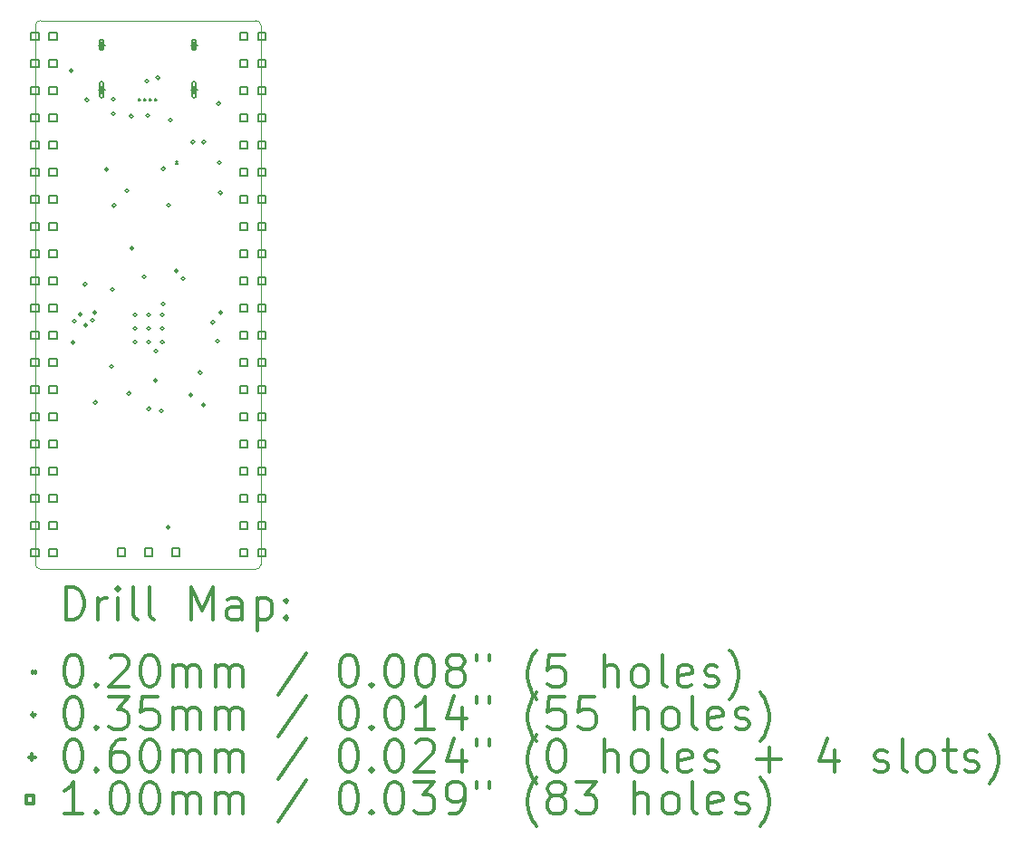
<source format=gbr>
%FSLAX45Y45*%
G04 Gerber Fmt 4.5, Leading zero omitted, Abs format (unit mm)*
G04 Created by KiCad (PCBNEW (5.1.9)-1) date 2021-06-11 11:43:50*
%MOMM*%
%LPD*%
G01*
G04 APERTURE LIST*
%TA.AperFunction,Profile*%
%ADD10C,0.050000*%
%TD*%
%ADD11C,0.200000*%
%ADD12C,0.300000*%
G04 APERTURE END LIST*
D10*
X11419000Y-10802500D02*
G75*
G02*
X11369000Y-10852500I-50000J0D01*
G01*
X9360000Y-10852500D02*
G75*
G02*
X9310000Y-10802500I0J50000D01*
G01*
X9310000Y-5772500D02*
G75*
G02*
X9360000Y-5722500I50000J0D01*
G01*
X11369000Y-5722500D02*
G75*
G02*
X11419000Y-5772500I0J-50000D01*
G01*
X11419000Y-10802500D02*
X11419000Y-5772500D01*
X9360000Y-5722500D02*
X11369000Y-5722500D01*
X9310000Y-10802500D02*
X9310000Y-5772500D01*
X9360000Y-10852500D02*
X11369000Y-10852500D01*
D11*
X10275000Y-6455000D02*
X10295000Y-6475000D01*
X10295000Y-6455000D02*
X10275000Y-6475000D01*
X10325000Y-6455000D02*
X10345000Y-6475000D01*
X10345000Y-6455000D02*
X10325000Y-6475000D01*
X10376000Y-6455000D02*
X10396000Y-6475000D01*
X10396000Y-6455000D02*
X10376000Y-6475000D01*
X10426000Y-6455000D02*
X10446000Y-6475000D01*
X10446000Y-6455000D02*
X10426000Y-6475000D01*
X10618000Y-7041500D02*
X10638000Y-7061500D01*
X10638000Y-7041500D02*
X10618000Y-7061500D01*
X9662500Y-6192500D02*
G75*
G03*
X9662500Y-6192500I-17500J0D01*
G01*
X9677500Y-8732500D02*
G75*
G03*
X9677500Y-8732500I-17500J0D01*
G01*
X9687500Y-8533500D02*
G75*
G03*
X9687500Y-8533500I-17500J0D01*
G01*
X9746693Y-8472500D02*
G75*
G03*
X9746693Y-8472500I-17500J0D01*
G01*
X9790000Y-8187500D02*
G75*
G03*
X9790000Y-8187500I-17500J0D01*
G01*
X9799194Y-8571999D02*
G75*
G03*
X9799194Y-8571999I-17500J0D01*
G01*
X9807500Y-6465000D02*
G75*
G03*
X9807500Y-6465000I-17500J0D01*
G01*
X9858593Y-8526207D02*
G75*
G03*
X9858593Y-8526207I-17500J0D01*
G01*
X9883500Y-8452500D02*
G75*
G03*
X9883500Y-8452500I-17500J0D01*
G01*
X9887500Y-9292500D02*
G75*
G03*
X9887500Y-9292500I-17500J0D01*
G01*
X9990500Y-7114000D02*
G75*
G03*
X9990500Y-7114000I-17500J0D01*
G01*
X10037500Y-8957500D02*
G75*
G03*
X10037500Y-8957500I-17500J0D01*
G01*
X10043750Y-8236250D02*
G75*
G03*
X10043750Y-8236250I-17500J0D01*
G01*
X10055000Y-6462000D02*
G75*
G03*
X10055000Y-6462000I-17500J0D01*
G01*
X10055001Y-6595001D02*
G75*
G03*
X10055001Y-6595001I-17500J0D01*
G01*
X10060000Y-7450000D02*
G75*
G03*
X10060000Y-7450000I-17500J0D01*
G01*
X10183500Y-7314500D02*
G75*
G03*
X10183500Y-7314500I-17500J0D01*
G01*
X10202500Y-9210000D02*
G75*
G03*
X10202500Y-9210000I-17500J0D01*
G01*
X10221500Y-6618500D02*
G75*
G03*
X10221500Y-6618500I-17500J0D01*
G01*
X10228500Y-7854500D02*
G75*
G03*
X10228500Y-7854500I-17500J0D01*
G01*
X10259000Y-8475000D02*
G75*
G03*
X10259000Y-8475000I-17500J0D01*
G01*
X10259000Y-8602500D02*
G75*
G03*
X10259000Y-8602500I-17500J0D01*
G01*
X10259000Y-8730000D02*
G75*
G03*
X10259000Y-8730000I-17500J0D01*
G01*
X10343500Y-8115500D02*
G75*
G03*
X10343500Y-8115500I-17500J0D01*
G01*
X10366500Y-6291500D02*
G75*
G03*
X10366500Y-6291500I-17500J0D01*
G01*
X10377500Y-6610500D02*
G75*
G03*
X10377500Y-6610500I-17500J0D01*
G01*
X10386500Y-8475000D02*
G75*
G03*
X10386500Y-8475000I-17500J0D01*
G01*
X10386500Y-8602500D02*
G75*
G03*
X10386500Y-8602500I-17500J0D01*
G01*
X10386500Y-8730000D02*
G75*
G03*
X10386500Y-8730000I-17500J0D01*
G01*
X10387500Y-9352500D02*
G75*
G03*
X10387500Y-9352500I-17500J0D01*
G01*
X10445927Y-9088028D02*
G75*
G03*
X10445927Y-9088028I-17500J0D01*
G01*
X10451500Y-8812500D02*
G75*
G03*
X10451500Y-8812500I-17500J0D01*
G01*
X10472500Y-6257500D02*
G75*
G03*
X10472500Y-6257500I-17500J0D01*
G01*
X10502500Y-9370000D02*
G75*
G03*
X10502500Y-9370000I-17500J0D01*
G01*
X10514000Y-8475000D02*
G75*
G03*
X10514000Y-8475000I-17500J0D01*
G01*
X10514000Y-8602500D02*
G75*
G03*
X10514000Y-8602500I-17500J0D01*
G01*
X10514000Y-8730000D02*
G75*
G03*
X10514000Y-8730000I-17500J0D01*
G01*
X10522500Y-7108500D02*
G75*
G03*
X10522500Y-7108500I-17500J0D01*
G01*
X10524000Y-8372500D02*
G75*
G03*
X10524000Y-8372500I-17500J0D01*
G01*
X10567500Y-10462500D02*
G75*
G03*
X10567500Y-10462500I-17500J0D01*
G01*
X10574500Y-7450000D02*
G75*
G03*
X10574500Y-7450000I-17500J0D01*
G01*
X10585500Y-6653500D02*
G75*
G03*
X10585500Y-6653500I-17500J0D01*
G01*
X10642500Y-8065500D02*
G75*
G03*
X10642500Y-8065500I-17500J0D01*
G01*
X10710000Y-8135000D02*
G75*
G03*
X10710000Y-8135000I-17500J0D01*
G01*
X10777500Y-9222500D02*
G75*
G03*
X10777500Y-9222500I-17500J0D01*
G01*
X10796495Y-6857500D02*
G75*
G03*
X10796495Y-6857500I-17500J0D01*
G01*
X10867500Y-9012500D02*
G75*
G03*
X10867500Y-9012500I-17500J0D01*
G01*
X10897500Y-9317500D02*
G75*
G03*
X10897500Y-9317500I-17500J0D01*
G01*
X10898500Y-6857500D02*
G75*
G03*
X10898500Y-6857500I-17500J0D01*
G01*
X10982500Y-8542500D02*
G75*
G03*
X10982500Y-8542500I-17500J0D01*
G01*
X11027500Y-8717500D02*
G75*
G03*
X11027500Y-8717500I-17500J0D01*
G01*
X11037500Y-6497500D02*
G75*
G03*
X11037500Y-6497500I-17500J0D01*
G01*
X11047500Y-7052500D02*
G75*
G03*
X11047500Y-7052500I-17500J0D01*
G01*
X11056500Y-8454500D02*
G75*
G03*
X11056500Y-8454500I-17500J0D01*
G01*
X11057500Y-7332500D02*
G75*
G03*
X11057500Y-7332500I-17500J0D01*
G01*
X9928000Y-5922500D02*
X9928000Y-5982500D01*
X9898000Y-5952500D02*
X9958000Y-5952500D01*
X9948000Y-5982500D02*
X9948000Y-5922500D01*
X9908000Y-5982500D02*
X9908000Y-5922500D01*
X9948000Y-5922500D02*
G75*
G03*
X9908000Y-5922500I-20000J0D01*
G01*
X9908000Y-5982500D02*
G75*
G03*
X9948000Y-5982500I20000J0D01*
G01*
X9928000Y-6340500D02*
X9928000Y-6400500D01*
X9898000Y-6370500D02*
X9958000Y-6370500D01*
X9948000Y-6425500D02*
X9948000Y-6315500D01*
X9908000Y-6425500D02*
X9908000Y-6315500D01*
X9948000Y-6315500D02*
G75*
G03*
X9908000Y-6315500I-20000J0D01*
G01*
X9908000Y-6425500D02*
G75*
G03*
X9948000Y-6425500I20000J0D01*
G01*
X10792000Y-5922500D02*
X10792000Y-5982500D01*
X10762000Y-5952500D02*
X10822000Y-5952500D01*
X10812000Y-5982500D02*
X10812000Y-5922500D01*
X10772000Y-5982500D02*
X10772000Y-5922500D01*
X10812000Y-5922500D02*
G75*
G03*
X10772000Y-5922500I-20000J0D01*
G01*
X10772000Y-5982500D02*
G75*
G03*
X10812000Y-5982500I20000J0D01*
G01*
X10792000Y-6340500D02*
X10792000Y-6400500D01*
X10762000Y-6370500D02*
X10822000Y-6370500D01*
X10812000Y-6425500D02*
X10812000Y-6315500D01*
X10772000Y-6425500D02*
X10772000Y-6315500D01*
X10812000Y-6315500D02*
G75*
G03*
X10772000Y-6315500I-20000J0D01*
G01*
X10772000Y-6425500D02*
G75*
G03*
X10812000Y-6425500I20000J0D01*
G01*
X9339356Y-9209856D02*
X9339356Y-9139144D01*
X9268644Y-9139144D01*
X9268644Y-9209856D01*
X9339356Y-9209856D01*
X9340356Y-5907856D02*
X9340356Y-5837144D01*
X9269644Y-5837144D01*
X9269644Y-5907856D01*
X9340356Y-5907856D01*
X9340356Y-6160856D02*
X9340356Y-6090144D01*
X9269644Y-6090144D01*
X9269644Y-6160856D01*
X9340356Y-6160856D01*
X9340356Y-6415856D02*
X9340356Y-6345144D01*
X9269644Y-6345144D01*
X9269644Y-6415856D01*
X9340356Y-6415856D01*
X9340356Y-6668856D02*
X9340356Y-6598144D01*
X9269644Y-6598144D01*
X9269644Y-6668856D01*
X9340356Y-6668856D01*
X9340356Y-6923856D02*
X9340356Y-6853144D01*
X9269644Y-6853144D01*
X9269644Y-6923856D01*
X9340356Y-6923856D01*
X9340356Y-7177856D02*
X9340356Y-7107144D01*
X9269644Y-7107144D01*
X9269644Y-7177856D01*
X9340356Y-7177856D01*
X9340356Y-7431856D02*
X9340356Y-7361144D01*
X9269644Y-7361144D01*
X9269644Y-7431856D01*
X9340356Y-7431856D01*
X9340356Y-7685856D02*
X9340356Y-7615144D01*
X9269644Y-7615144D01*
X9269644Y-7685856D01*
X9340356Y-7685856D01*
X9340356Y-8193856D02*
X9340356Y-8123144D01*
X9269644Y-8123144D01*
X9269644Y-8193856D01*
X9340356Y-8193856D01*
X9340356Y-8447856D02*
X9340356Y-8377144D01*
X9269644Y-8377144D01*
X9269644Y-8447856D01*
X9340356Y-8447856D01*
X9340356Y-8701856D02*
X9340356Y-8631144D01*
X9269644Y-8631144D01*
X9269644Y-8701856D01*
X9340356Y-8701856D01*
X9340356Y-8955856D02*
X9340356Y-8885144D01*
X9269644Y-8885144D01*
X9269644Y-8955856D01*
X9340356Y-8955856D01*
X9340356Y-9463856D02*
X9340356Y-9393144D01*
X9269644Y-9393144D01*
X9269644Y-9463856D01*
X9340356Y-9463856D01*
X9340356Y-9717856D02*
X9340356Y-9647144D01*
X9269644Y-9647144D01*
X9269644Y-9717856D01*
X9340356Y-9717856D01*
X9340356Y-9971856D02*
X9340356Y-9901144D01*
X9269644Y-9901144D01*
X9269644Y-9971856D01*
X9340356Y-9971856D01*
X9340356Y-10225856D02*
X9340356Y-10155144D01*
X9269644Y-10155144D01*
X9269644Y-10225856D01*
X9340356Y-10225856D01*
X9340356Y-10479856D02*
X9340356Y-10409144D01*
X9269644Y-10409144D01*
X9269644Y-10479856D01*
X9340356Y-10479856D01*
X9340356Y-10733856D02*
X9340356Y-10663144D01*
X9269644Y-10663144D01*
X9269644Y-10733856D01*
X9340356Y-10733856D01*
X9341356Y-7939856D02*
X9341356Y-7869144D01*
X9270644Y-7869144D01*
X9270644Y-7939856D01*
X9341356Y-7939856D01*
X9510356Y-5907856D02*
X9510356Y-5837144D01*
X9439644Y-5837144D01*
X9439644Y-5907856D01*
X9510356Y-5907856D01*
X9510356Y-6161856D02*
X9510356Y-6091144D01*
X9439644Y-6091144D01*
X9439644Y-6161856D01*
X9510356Y-6161856D01*
X9510356Y-6415856D02*
X9510356Y-6345144D01*
X9439644Y-6345144D01*
X9439644Y-6415856D01*
X9510356Y-6415856D01*
X9510356Y-6669856D02*
X9510356Y-6599144D01*
X9439644Y-6599144D01*
X9439644Y-6669856D01*
X9510356Y-6669856D01*
X9510356Y-6923856D02*
X9510356Y-6853144D01*
X9439644Y-6853144D01*
X9439644Y-6923856D01*
X9510356Y-6923856D01*
X9510356Y-7177856D02*
X9510356Y-7107144D01*
X9439644Y-7107144D01*
X9439644Y-7177856D01*
X9510356Y-7177856D01*
X9510356Y-7431856D02*
X9510356Y-7361144D01*
X9439644Y-7361144D01*
X9439644Y-7431856D01*
X9510356Y-7431856D01*
X9510356Y-7685856D02*
X9510356Y-7615144D01*
X9439644Y-7615144D01*
X9439644Y-7685856D01*
X9510356Y-7685856D01*
X9510356Y-7939856D02*
X9510356Y-7869144D01*
X9439644Y-7869144D01*
X9439644Y-7939856D01*
X9510356Y-7939856D01*
X9510356Y-8193856D02*
X9510356Y-8123144D01*
X9439644Y-8123144D01*
X9439644Y-8193856D01*
X9510356Y-8193856D01*
X9510356Y-8447856D02*
X9510356Y-8377144D01*
X9439644Y-8377144D01*
X9439644Y-8447856D01*
X9510356Y-8447856D01*
X9510356Y-8701856D02*
X9510356Y-8631144D01*
X9439644Y-8631144D01*
X9439644Y-8701856D01*
X9510356Y-8701856D01*
X9510356Y-8955856D02*
X9510356Y-8885144D01*
X9439644Y-8885144D01*
X9439644Y-8955856D01*
X9510356Y-8955856D01*
X9510356Y-9209856D02*
X9510356Y-9139144D01*
X9439644Y-9139144D01*
X9439644Y-9209856D01*
X9510356Y-9209856D01*
X9510356Y-9463856D02*
X9510356Y-9393144D01*
X9439644Y-9393144D01*
X9439644Y-9463856D01*
X9510356Y-9463856D01*
X9510356Y-9717856D02*
X9510356Y-9647144D01*
X9439644Y-9647144D01*
X9439644Y-9717856D01*
X9510356Y-9717856D01*
X9510356Y-9971856D02*
X9510356Y-9901144D01*
X9439644Y-9901144D01*
X9439644Y-9971856D01*
X9510356Y-9971856D01*
X9510356Y-10225856D02*
X9510356Y-10155144D01*
X9439644Y-10155144D01*
X9439644Y-10225856D01*
X9510356Y-10225856D01*
X9510356Y-10479856D02*
X9510356Y-10409144D01*
X9439644Y-10409144D01*
X9439644Y-10479856D01*
X9510356Y-10479856D01*
X9510356Y-10733856D02*
X9510356Y-10663144D01*
X9439644Y-10663144D01*
X9439644Y-10733856D01*
X9510356Y-10733856D01*
X10150356Y-10727856D02*
X10150356Y-10657144D01*
X10079644Y-10657144D01*
X10079644Y-10727856D01*
X10150356Y-10727856D01*
X10404356Y-10727856D02*
X10404356Y-10657144D01*
X10333644Y-10657144D01*
X10333644Y-10727856D01*
X10404356Y-10727856D01*
X10658356Y-10727856D02*
X10658356Y-10657144D01*
X10587644Y-10657144D01*
X10587644Y-10727856D01*
X10658356Y-10727856D01*
X11290356Y-5907856D02*
X11290356Y-5837144D01*
X11219644Y-5837144D01*
X11219644Y-5907856D01*
X11290356Y-5907856D01*
X11290356Y-6161856D02*
X11290356Y-6091144D01*
X11219644Y-6091144D01*
X11219644Y-6161856D01*
X11290356Y-6161856D01*
X11290356Y-6415856D02*
X11290356Y-6345144D01*
X11219644Y-6345144D01*
X11219644Y-6415856D01*
X11290356Y-6415856D01*
X11290356Y-6669856D02*
X11290356Y-6599144D01*
X11219644Y-6599144D01*
X11219644Y-6669856D01*
X11290356Y-6669856D01*
X11290356Y-6923856D02*
X11290356Y-6853144D01*
X11219644Y-6853144D01*
X11219644Y-6923856D01*
X11290356Y-6923856D01*
X11290356Y-7177856D02*
X11290356Y-7107144D01*
X11219644Y-7107144D01*
X11219644Y-7177856D01*
X11290356Y-7177856D01*
X11290356Y-7431856D02*
X11290356Y-7361144D01*
X11219644Y-7361144D01*
X11219644Y-7431856D01*
X11290356Y-7431856D01*
X11290356Y-7685856D02*
X11290356Y-7615144D01*
X11219644Y-7615144D01*
X11219644Y-7685856D01*
X11290356Y-7685856D01*
X11290356Y-7939856D02*
X11290356Y-7869144D01*
X11219644Y-7869144D01*
X11219644Y-7939856D01*
X11290356Y-7939856D01*
X11290356Y-8193856D02*
X11290356Y-8123144D01*
X11219644Y-8123144D01*
X11219644Y-8193856D01*
X11290356Y-8193856D01*
X11290356Y-8447856D02*
X11290356Y-8377144D01*
X11219644Y-8377144D01*
X11219644Y-8447856D01*
X11290356Y-8447856D01*
X11290356Y-8701856D02*
X11290356Y-8631144D01*
X11219644Y-8631144D01*
X11219644Y-8701856D01*
X11290356Y-8701856D01*
X11290356Y-8955856D02*
X11290356Y-8885144D01*
X11219644Y-8885144D01*
X11219644Y-8955856D01*
X11290356Y-8955856D01*
X11290356Y-9209856D02*
X11290356Y-9139144D01*
X11219644Y-9139144D01*
X11219644Y-9209856D01*
X11290356Y-9209856D01*
X11290356Y-9463856D02*
X11290356Y-9393144D01*
X11219644Y-9393144D01*
X11219644Y-9463856D01*
X11290356Y-9463856D01*
X11290356Y-9717856D02*
X11290356Y-9647144D01*
X11219644Y-9647144D01*
X11219644Y-9717856D01*
X11290356Y-9717856D01*
X11290356Y-9971856D02*
X11290356Y-9901144D01*
X11219644Y-9901144D01*
X11219644Y-9971856D01*
X11290356Y-9971856D01*
X11290356Y-10225856D02*
X11290356Y-10155144D01*
X11219644Y-10155144D01*
X11219644Y-10225856D01*
X11290356Y-10225856D01*
X11290356Y-10479856D02*
X11290356Y-10409144D01*
X11219644Y-10409144D01*
X11219644Y-10479856D01*
X11290356Y-10479856D01*
X11290356Y-10733856D02*
X11290356Y-10663144D01*
X11219644Y-10663144D01*
X11219644Y-10733856D01*
X11290356Y-10733856D01*
X11460356Y-5907856D02*
X11460356Y-5837144D01*
X11389644Y-5837144D01*
X11389644Y-5907856D01*
X11460356Y-5907856D01*
X11460356Y-6161856D02*
X11460356Y-6091144D01*
X11389644Y-6091144D01*
X11389644Y-6161856D01*
X11460356Y-6161856D01*
X11460356Y-6415856D02*
X11460356Y-6345144D01*
X11389644Y-6345144D01*
X11389644Y-6415856D01*
X11460356Y-6415856D01*
X11460356Y-6669856D02*
X11460356Y-6599144D01*
X11389644Y-6599144D01*
X11389644Y-6669856D01*
X11460356Y-6669856D01*
X11460356Y-6923856D02*
X11460356Y-6853144D01*
X11389644Y-6853144D01*
X11389644Y-6923856D01*
X11460356Y-6923856D01*
X11460356Y-7177856D02*
X11460356Y-7107144D01*
X11389644Y-7107144D01*
X11389644Y-7177856D01*
X11460356Y-7177856D01*
X11460356Y-7431856D02*
X11460356Y-7361144D01*
X11389644Y-7361144D01*
X11389644Y-7431856D01*
X11460356Y-7431856D01*
X11460356Y-7685856D02*
X11460356Y-7615144D01*
X11389644Y-7615144D01*
X11389644Y-7685856D01*
X11460356Y-7685856D01*
X11460356Y-7939856D02*
X11460356Y-7869144D01*
X11389644Y-7869144D01*
X11389644Y-7939856D01*
X11460356Y-7939856D01*
X11460356Y-8193856D02*
X11460356Y-8123144D01*
X11389644Y-8123144D01*
X11389644Y-8193856D01*
X11460356Y-8193856D01*
X11460356Y-8447856D02*
X11460356Y-8377144D01*
X11389644Y-8377144D01*
X11389644Y-8447856D01*
X11460356Y-8447856D01*
X11460356Y-8701856D02*
X11460356Y-8631144D01*
X11389644Y-8631144D01*
X11389644Y-8701856D01*
X11460356Y-8701856D01*
X11460356Y-8955856D02*
X11460356Y-8885144D01*
X11389644Y-8885144D01*
X11389644Y-8955856D01*
X11460356Y-8955856D01*
X11460356Y-9209856D02*
X11460356Y-9139144D01*
X11389644Y-9139144D01*
X11389644Y-9209856D01*
X11460356Y-9209856D01*
X11460356Y-9463856D02*
X11460356Y-9393144D01*
X11389644Y-9393144D01*
X11389644Y-9463856D01*
X11460356Y-9463856D01*
X11460356Y-9717856D02*
X11460356Y-9647144D01*
X11389644Y-9647144D01*
X11389644Y-9717856D01*
X11460356Y-9717856D01*
X11460356Y-9971856D02*
X11460356Y-9901144D01*
X11389644Y-9901144D01*
X11389644Y-9971856D01*
X11460356Y-9971856D01*
X11460356Y-10225856D02*
X11460356Y-10155144D01*
X11389644Y-10155144D01*
X11389644Y-10225856D01*
X11460356Y-10225856D01*
X11460356Y-10479856D02*
X11460356Y-10409144D01*
X11389644Y-10409144D01*
X11389644Y-10479856D01*
X11460356Y-10479856D01*
X11460356Y-10733856D02*
X11460356Y-10663144D01*
X11389644Y-10663144D01*
X11389644Y-10733856D01*
X11460356Y-10733856D01*
D12*
X9593928Y-11320714D02*
X9593928Y-11020714D01*
X9665357Y-11020714D01*
X9708214Y-11035000D01*
X9736786Y-11063572D01*
X9751071Y-11092143D01*
X9765357Y-11149286D01*
X9765357Y-11192143D01*
X9751071Y-11249286D01*
X9736786Y-11277857D01*
X9708214Y-11306429D01*
X9665357Y-11320714D01*
X9593928Y-11320714D01*
X9893928Y-11320714D02*
X9893928Y-11120714D01*
X9893928Y-11177857D02*
X9908214Y-11149286D01*
X9922500Y-11135000D01*
X9951071Y-11120714D01*
X9979643Y-11120714D01*
X10079643Y-11320714D02*
X10079643Y-11120714D01*
X10079643Y-11020714D02*
X10065357Y-11035000D01*
X10079643Y-11049286D01*
X10093928Y-11035000D01*
X10079643Y-11020714D01*
X10079643Y-11049286D01*
X10265357Y-11320714D02*
X10236786Y-11306429D01*
X10222500Y-11277857D01*
X10222500Y-11020714D01*
X10422500Y-11320714D02*
X10393928Y-11306429D01*
X10379643Y-11277857D01*
X10379643Y-11020714D01*
X10765357Y-11320714D02*
X10765357Y-11020714D01*
X10865357Y-11235000D01*
X10965357Y-11020714D01*
X10965357Y-11320714D01*
X11236786Y-11320714D02*
X11236786Y-11163572D01*
X11222500Y-11135000D01*
X11193928Y-11120714D01*
X11136786Y-11120714D01*
X11108214Y-11135000D01*
X11236786Y-11306429D02*
X11208214Y-11320714D01*
X11136786Y-11320714D01*
X11108214Y-11306429D01*
X11093928Y-11277857D01*
X11093928Y-11249286D01*
X11108214Y-11220714D01*
X11136786Y-11206429D01*
X11208214Y-11206429D01*
X11236786Y-11192143D01*
X11379643Y-11120714D02*
X11379643Y-11420714D01*
X11379643Y-11135000D02*
X11408214Y-11120714D01*
X11465357Y-11120714D01*
X11493928Y-11135000D01*
X11508214Y-11149286D01*
X11522500Y-11177857D01*
X11522500Y-11263571D01*
X11508214Y-11292143D01*
X11493928Y-11306429D01*
X11465357Y-11320714D01*
X11408214Y-11320714D01*
X11379643Y-11306429D01*
X11651071Y-11292143D02*
X11665357Y-11306429D01*
X11651071Y-11320714D01*
X11636786Y-11306429D01*
X11651071Y-11292143D01*
X11651071Y-11320714D01*
X11651071Y-11135000D02*
X11665357Y-11149286D01*
X11651071Y-11163572D01*
X11636786Y-11149286D01*
X11651071Y-11135000D01*
X11651071Y-11163572D01*
X9287500Y-11805000D02*
X9307500Y-11825000D01*
X9307500Y-11805000D02*
X9287500Y-11825000D01*
X9651071Y-11650714D02*
X9679643Y-11650714D01*
X9708214Y-11665000D01*
X9722500Y-11679286D01*
X9736786Y-11707857D01*
X9751071Y-11765000D01*
X9751071Y-11836429D01*
X9736786Y-11893571D01*
X9722500Y-11922143D01*
X9708214Y-11936429D01*
X9679643Y-11950714D01*
X9651071Y-11950714D01*
X9622500Y-11936429D01*
X9608214Y-11922143D01*
X9593928Y-11893571D01*
X9579643Y-11836429D01*
X9579643Y-11765000D01*
X9593928Y-11707857D01*
X9608214Y-11679286D01*
X9622500Y-11665000D01*
X9651071Y-11650714D01*
X9879643Y-11922143D02*
X9893928Y-11936429D01*
X9879643Y-11950714D01*
X9865357Y-11936429D01*
X9879643Y-11922143D01*
X9879643Y-11950714D01*
X10008214Y-11679286D02*
X10022500Y-11665000D01*
X10051071Y-11650714D01*
X10122500Y-11650714D01*
X10151071Y-11665000D01*
X10165357Y-11679286D01*
X10179643Y-11707857D01*
X10179643Y-11736429D01*
X10165357Y-11779286D01*
X9993928Y-11950714D01*
X10179643Y-11950714D01*
X10365357Y-11650714D02*
X10393928Y-11650714D01*
X10422500Y-11665000D01*
X10436786Y-11679286D01*
X10451071Y-11707857D01*
X10465357Y-11765000D01*
X10465357Y-11836429D01*
X10451071Y-11893571D01*
X10436786Y-11922143D01*
X10422500Y-11936429D01*
X10393928Y-11950714D01*
X10365357Y-11950714D01*
X10336786Y-11936429D01*
X10322500Y-11922143D01*
X10308214Y-11893571D01*
X10293928Y-11836429D01*
X10293928Y-11765000D01*
X10308214Y-11707857D01*
X10322500Y-11679286D01*
X10336786Y-11665000D01*
X10365357Y-11650714D01*
X10593928Y-11950714D02*
X10593928Y-11750714D01*
X10593928Y-11779286D02*
X10608214Y-11765000D01*
X10636786Y-11750714D01*
X10679643Y-11750714D01*
X10708214Y-11765000D01*
X10722500Y-11793571D01*
X10722500Y-11950714D01*
X10722500Y-11793571D02*
X10736786Y-11765000D01*
X10765357Y-11750714D01*
X10808214Y-11750714D01*
X10836786Y-11765000D01*
X10851071Y-11793571D01*
X10851071Y-11950714D01*
X10993928Y-11950714D02*
X10993928Y-11750714D01*
X10993928Y-11779286D02*
X11008214Y-11765000D01*
X11036786Y-11750714D01*
X11079643Y-11750714D01*
X11108214Y-11765000D01*
X11122500Y-11793571D01*
X11122500Y-11950714D01*
X11122500Y-11793571D02*
X11136786Y-11765000D01*
X11165357Y-11750714D01*
X11208214Y-11750714D01*
X11236786Y-11765000D01*
X11251071Y-11793571D01*
X11251071Y-11950714D01*
X11836786Y-11636429D02*
X11579643Y-12022143D01*
X12222500Y-11650714D02*
X12251071Y-11650714D01*
X12279643Y-11665000D01*
X12293928Y-11679286D01*
X12308214Y-11707857D01*
X12322500Y-11765000D01*
X12322500Y-11836429D01*
X12308214Y-11893571D01*
X12293928Y-11922143D01*
X12279643Y-11936429D01*
X12251071Y-11950714D01*
X12222500Y-11950714D01*
X12193928Y-11936429D01*
X12179643Y-11922143D01*
X12165357Y-11893571D01*
X12151071Y-11836429D01*
X12151071Y-11765000D01*
X12165357Y-11707857D01*
X12179643Y-11679286D01*
X12193928Y-11665000D01*
X12222500Y-11650714D01*
X12451071Y-11922143D02*
X12465357Y-11936429D01*
X12451071Y-11950714D01*
X12436786Y-11936429D01*
X12451071Y-11922143D01*
X12451071Y-11950714D01*
X12651071Y-11650714D02*
X12679643Y-11650714D01*
X12708214Y-11665000D01*
X12722500Y-11679286D01*
X12736786Y-11707857D01*
X12751071Y-11765000D01*
X12751071Y-11836429D01*
X12736786Y-11893571D01*
X12722500Y-11922143D01*
X12708214Y-11936429D01*
X12679643Y-11950714D01*
X12651071Y-11950714D01*
X12622500Y-11936429D01*
X12608214Y-11922143D01*
X12593928Y-11893571D01*
X12579643Y-11836429D01*
X12579643Y-11765000D01*
X12593928Y-11707857D01*
X12608214Y-11679286D01*
X12622500Y-11665000D01*
X12651071Y-11650714D01*
X12936786Y-11650714D02*
X12965357Y-11650714D01*
X12993928Y-11665000D01*
X13008214Y-11679286D01*
X13022500Y-11707857D01*
X13036786Y-11765000D01*
X13036786Y-11836429D01*
X13022500Y-11893571D01*
X13008214Y-11922143D01*
X12993928Y-11936429D01*
X12965357Y-11950714D01*
X12936786Y-11950714D01*
X12908214Y-11936429D01*
X12893928Y-11922143D01*
X12879643Y-11893571D01*
X12865357Y-11836429D01*
X12865357Y-11765000D01*
X12879643Y-11707857D01*
X12893928Y-11679286D01*
X12908214Y-11665000D01*
X12936786Y-11650714D01*
X13208214Y-11779286D02*
X13179643Y-11765000D01*
X13165357Y-11750714D01*
X13151071Y-11722143D01*
X13151071Y-11707857D01*
X13165357Y-11679286D01*
X13179643Y-11665000D01*
X13208214Y-11650714D01*
X13265357Y-11650714D01*
X13293928Y-11665000D01*
X13308214Y-11679286D01*
X13322500Y-11707857D01*
X13322500Y-11722143D01*
X13308214Y-11750714D01*
X13293928Y-11765000D01*
X13265357Y-11779286D01*
X13208214Y-11779286D01*
X13179643Y-11793571D01*
X13165357Y-11807857D01*
X13151071Y-11836429D01*
X13151071Y-11893571D01*
X13165357Y-11922143D01*
X13179643Y-11936429D01*
X13208214Y-11950714D01*
X13265357Y-11950714D01*
X13293928Y-11936429D01*
X13308214Y-11922143D01*
X13322500Y-11893571D01*
X13322500Y-11836429D01*
X13308214Y-11807857D01*
X13293928Y-11793571D01*
X13265357Y-11779286D01*
X13436786Y-11650714D02*
X13436786Y-11707857D01*
X13551071Y-11650714D02*
X13551071Y-11707857D01*
X13993928Y-12065000D02*
X13979643Y-12050714D01*
X13951071Y-12007857D01*
X13936786Y-11979286D01*
X13922500Y-11936429D01*
X13908214Y-11865000D01*
X13908214Y-11807857D01*
X13922500Y-11736429D01*
X13936786Y-11693571D01*
X13951071Y-11665000D01*
X13979643Y-11622143D01*
X13993928Y-11607857D01*
X14251071Y-11650714D02*
X14108214Y-11650714D01*
X14093928Y-11793571D01*
X14108214Y-11779286D01*
X14136786Y-11765000D01*
X14208214Y-11765000D01*
X14236786Y-11779286D01*
X14251071Y-11793571D01*
X14265357Y-11822143D01*
X14265357Y-11893571D01*
X14251071Y-11922143D01*
X14236786Y-11936429D01*
X14208214Y-11950714D01*
X14136786Y-11950714D01*
X14108214Y-11936429D01*
X14093928Y-11922143D01*
X14622500Y-11950714D02*
X14622500Y-11650714D01*
X14751071Y-11950714D02*
X14751071Y-11793571D01*
X14736786Y-11765000D01*
X14708214Y-11750714D01*
X14665357Y-11750714D01*
X14636786Y-11765000D01*
X14622500Y-11779286D01*
X14936786Y-11950714D02*
X14908214Y-11936429D01*
X14893928Y-11922143D01*
X14879643Y-11893571D01*
X14879643Y-11807857D01*
X14893928Y-11779286D01*
X14908214Y-11765000D01*
X14936786Y-11750714D01*
X14979643Y-11750714D01*
X15008214Y-11765000D01*
X15022500Y-11779286D01*
X15036786Y-11807857D01*
X15036786Y-11893571D01*
X15022500Y-11922143D01*
X15008214Y-11936429D01*
X14979643Y-11950714D01*
X14936786Y-11950714D01*
X15208214Y-11950714D02*
X15179643Y-11936429D01*
X15165357Y-11907857D01*
X15165357Y-11650714D01*
X15436786Y-11936429D02*
X15408214Y-11950714D01*
X15351071Y-11950714D01*
X15322500Y-11936429D01*
X15308214Y-11907857D01*
X15308214Y-11793571D01*
X15322500Y-11765000D01*
X15351071Y-11750714D01*
X15408214Y-11750714D01*
X15436786Y-11765000D01*
X15451071Y-11793571D01*
X15451071Y-11822143D01*
X15308214Y-11850714D01*
X15565357Y-11936429D02*
X15593928Y-11950714D01*
X15651071Y-11950714D01*
X15679643Y-11936429D01*
X15693928Y-11907857D01*
X15693928Y-11893571D01*
X15679643Y-11865000D01*
X15651071Y-11850714D01*
X15608214Y-11850714D01*
X15579643Y-11836429D01*
X15565357Y-11807857D01*
X15565357Y-11793571D01*
X15579643Y-11765000D01*
X15608214Y-11750714D01*
X15651071Y-11750714D01*
X15679643Y-11765000D01*
X15793928Y-12065000D02*
X15808214Y-12050714D01*
X15836786Y-12007857D01*
X15851071Y-11979286D01*
X15865357Y-11936429D01*
X15879643Y-11865000D01*
X15879643Y-11807857D01*
X15865357Y-11736429D01*
X15851071Y-11693571D01*
X15836786Y-11665000D01*
X15808214Y-11622143D01*
X15793928Y-11607857D01*
X9307500Y-12211000D02*
G75*
G03*
X9307500Y-12211000I-17500J0D01*
G01*
X9651071Y-12046714D02*
X9679643Y-12046714D01*
X9708214Y-12061000D01*
X9722500Y-12075286D01*
X9736786Y-12103857D01*
X9751071Y-12161000D01*
X9751071Y-12232429D01*
X9736786Y-12289571D01*
X9722500Y-12318143D01*
X9708214Y-12332429D01*
X9679643Y-12346714D01*
X9651071Y-12346714D01*
X9622500Y-12332429D01*
X9608214Y-12318143D01*
X9593928Y-12289571D01*
X9579643Y-12232429D01*
X9579643Y-12161000D01*
X9593928Y-12103857D01*
X9608214Y-12075286D01*
X9622500Y-12061000D01*
X9651071Y-12046714D01*
X9879643Y-12318143D02*
X9893928Y-12332429D01*
X9879643Y-12346714D01*
X9865357Y-12332429D01*
X9879643Y-12318143D01*
X9879643Y-12346714D01*
X9993928Y-12046714D02*
X10179643Y-12046714D01*
X10079643Y-12161000D01*
X10122500Y-12161000D01*
X10151071Y-12175286D01*
X10165357Y-12189571D01*
X10179643Y-12218143D01*
X10179643Y-12289571D01*
X10165357Y-12318143D01*
X10151071Y-12332429D01*
X10122500Y-12346714D01*
X10036786Y-12346714D01*
X10008214Y-12332429D01*
X9993928Y-12318143D01*
X10451071Y-12046714D02*
X10308214Y-12046714D01*
X10293928Y-12189571D01*
X10308214Y-12175286D01*
X10336786Y-12161000D01*
X10408214Y-12161000D01*
X10436786Y-12175286D01*
X10451071Y-12189571D01*
X10465357Y-12218143D01*
X10465357Y-12289571D01*
X10451071Y-12318143D01*
X10436786Y-12332429D01*
X10408214Y-12346714D01*
X10336786Y-12346714D01*
X10308214Y-12332429D01*
X10293928Y-12318143D01*
X10593928Y-12346714D02*
X10593928Y-12146714D01*
X10593928Y-12175286D02*
X10608214Y-12161000D01*
X10636786Y-12146714D01*
X10679643Y-12146714D01*
X10708214Y-12161000D01*
X10722500Y-12189571D01*
X10722500Y-12346714D01*
X10722500Y-12189571D02*
X10736786Y-12161000D01*
X10765357Y-12146714D01*
X10808214Y-12146714D01*
X10836786Y-12161000D01*
X10851071Y-12189571D01*
X10851071Y-12346714D01*
X10993928Y-12346714D02*
X10993928Y-12146714D01*
X10993928Y-12175286D02*
X11008214Y-12161000D01*
X11036786Y-12146714D01*
X11079643Y-12146714D01*
X11108214Y-12161000D01*
X11122500Y-12189571D01*
X11122500Y-12346714D01*
X11122500Y-12189571D02*
X11136786Y-12161000D01*
X11165357Y-12146714D01*
X11208214Y-12146714D01*
X11236786Y-12161000D01*
X11251071Y-12189571D01*
X11251071Y-12346714D01*
X11836786Y-12032429D02*
X11579643Y-12418143D01*
X12222500Y-12046714D02*
X12251071Y-12046714D01*
X12279643Y-12061000D01*
X12293928Y-12075286D01*
X12308214Y-12103857D01*
X12322500Y-12161000D01*
X12322500Y-12232429D01*
X12308214Y-12289571D01*
X12293928Y-12318143D01*
X12279643Y-12332429D01*
X12251071Y-12346714D01*
X12222500Y-12346714D01*
X12193928Y-12332429D01*
X12179643Y-12318143D01*
X12165357Y-12289571D01*
X12151071Y-12232429D01*
X12151071Y-12161000D01*
X12165357Y-12103857D01*
X12179643Y-12075286D01*
X12193928Y-12061000D01*
X12222500Y-12046714D01*
X12451071Y-12318143D02*
X12465357Y-12332429D01*
X12451071Y-12346714D01*
X12436786Y-12332429D01*
X12451071Y-12318143D01*
X12451071Y-12346714D01*
X12651071Y-12046714D02*
X12679643Y-12046714D01*
X12708214Y-12061000D01*
X12722500Y-12075286D01*
X12736786Y-12103857D01*
X12751071Y-12161000D01*
X12751071Y-12232429D01*
X12736786Y-12289571D01*
X12722500Y-12318143D01*
X12708214Y-12332429D01*
X12679643Y-12346714D01*
X12651071Y-12346714D01*
X12622500Y-12332429D01*
X12608214Y-12318143D01*
X12593928Y-12289571D01*
X12579643Y-12232429D01*
X12579643Y-12161000D01*
X12593928Y-12103857D01*
X12608214Y-12075286D01*
X12622500Y-12061000D01*
X12651071Y-12046714D01*
X13036786Y-12346714D02*
X12865357Y-12346714D01*
X12951071Y-12346714D02*
X12951071Y-12046714D01*
X12922500Y-12089571D01*
X12893928Y-12118143D01*
X12865357Y-12132429D01*
X13293928Y-12146714D02*
X13293928Y-12346714D01*
X13222500Y-12032429D02*
X13151071Y-12246714D01*
X13336786Y-12246714D01*
X13436786Y-12046714D02*
X13436786Y-12103857D01*
X13551071Y-12046714D02*
X13551071Y-12103857D01*
X13993928Y-12461000D02*
X13979643Y-12446714D01*
X13951071Y-12403857D01*
X13936786Y-12375286D01*
X13922500Y-12332429D01*
X13908214Y-12261000D01*
X13908214Y-12203857D01*
X13922500Y-12132429D01*
X13936786Y-12089571D01*
X13951071Y-12061000D01*
X13979643Y-12018143D01*
X13993928Y-12003857D01*
X14251071Y-12046714D02*
X14108214Y-12046714D01*
X14093928Y-12189571D01*
X14108214Y-12175286D01*
X14136786Y-12161000D01*
X14208214Y-12161000D01*
X14236786Y-12175286D01*
X14251071Y-12189571D01*
X14265357Y-12218143D01*
X14265357Y-12289571D01*
X14251071Y-12318143D01*
X14236786Y-12332429D01*
X14208214Y-12346714D01*
X14136786Y-12346714D01*
X14108214Y-12332429D01*
X14093928Y-12318143D01*
X14536786Y-12046714D02*
X14393928Y-12046714D01*
X14379643Y-12189571D01*
X14393928Y-12175286D01*
X14422500Y-12161000D01*
X14493928Y-12161000D01*
X14522500Y-12175286D01*
X14536786Y-12189571D01*
X14551071Y-12218143D01*
X14551071Y-12289571D01*
X14536786Y-12318143D01*
X14522500Y-12332429D01*
X14493928Y-12346714D01*
X14422500Y-12346714D01*
X14393928Y-12332429D01*
X14379643Y-12318143D01*
X14908214Y-12346714D02*
X14908214Y-12046714D01*
X15036786Y-12346714D02*
X15036786Y-12189571D01*
X15022500Y-12161000D01*
X14993928Y-12146714D01*
X14951071Y-12146714D01*
X14922500Y-12161000D01*
X14908214Y-12175286D01*
X15222500Y-12346714D02*
X15193928Y-12332429D01*
X15179643Y-12318143D01*
X15165357Y-12289571D01*
X15165357Y-12203857D01*
X15179643Y-12175286D01*
X15193928Y-12161000D01*
X15222500Y-12146714D01*
X15265357Y-12146714D01*
X15293928Y-12161000D01*
X15308214Y-12175286D01*
X15322500Y-12203857D01*
X15322500Y-12289571D01*
X15308214Y-12318143D01*
X15293928Y-12332429D01*
X15265357Y-12346714D01*
X15222500Y-12346714D01*
X15493928Y-12346714D02*
X15465357Y-12332429D01*
X15451071Y-12303857D01*
X15451071Y-12046714D01*
X15722500Y-12332429D02*
X15693928Y-12346714D01*
X15636786Y-12346714D01*
X15608214Y-12332429D01*
X15593928Y-12303857D01*
X15593928Y-12189571D01*
X15608214Y-12161000D01*
X15636786Y-12146714D01*
X15693928Y-12146714D01*
X15722500Y-12161000D01*
X15736786Y-12189571D01*
X15736786Y-12218143D01*
X15593928Y-12246714D01*
X15851071Y-12332429D02*
X15879643Y-12346714D01*
X15936786Y-12346714D01*
X15965357Y-12332429D01*
X15979643Y-12303857D01*
X15979643Y-12289571D01*
X15965357Y-12261000D01*
X15936786Y-12246714D01*
X15893928Y-12246714D01*
X15865357Y-12232429D01*
X15851071Y-12203857D01*
X15851071Y-12189571D01*
X15865357Y-12161000D01*
X15893928Y-12146714D01*
X15936786Y-12146714D01*
X15965357Y-12161000D01*
X16079643Y-12461000D02*
X16093928Y-12446714D01*
X16122500Y-12403857D01*
X16136786Y-12375286D01*
X16151071Y-12332429D01*
X16165357Y-12261000D01*
X16165357Y-12203857D01*
X16151071Y-12132429D01*
X16136786Y-12089571D01*
X16122500Y-12061000D01*
X16093928Y-12018143D01*
X16079643Y-12003857D01*
X9277500Y-12577000D02*
X9277500Y-12637000D01*
X9247500Y-12607000D02*
X9307500Y-12607000D01*
X9651071Y-12442714D02*
X9679643Y-12442714D01*
X9708214Y-12457000D01*
X9722500Y-12471286D01*
X9736786Y-12499857D01*
X9751071Y-12557000D01*
X9751071Y-12628429D01*
X9736786Y-12685571D01*
X9722500Y-12714143D01*
X9708214Y-12728429D01*
X9679643Y-12742714D01*
X9651071Y-12742714D01*
X9622500Y-12728429D01*
X9608214Y-12714143D01*
X9593928Y-12685571D01*
X9579643Y-12628429D01*
X9579643Y-12557000D01*
X9593928Y-12499857D01*
X9608214Y-12471286D01*
X9622500Y-12457000D01*
X9651071Y-12442714D01*
X9879643Y-12714143D02*
X9893928Y-12728429D01*
X9879643Y-12742714D01*
X9865357Y-12728429D01*
X9879643Y-12714143D01*
X9879643Y-12742714D01*
X10151071Y-12442714D02*
X10093928Y-12442714D01*
X10065357Y-12457000D01*
X10051071Y-12471286D01*
X10022500Y-12514143D01*
X10008214Y-12571286D01*
X10008214Y-12685571D01*
X10022500Y-12714143D01*
X10036786Y-12728429D01*
X10065357Y-12742714D01*
X10122500Y-12742714D01*
X10151071Y-12728429D01*
X10165357Y-12714143D01*
X10179643Y-12685571D01*
X10179643Y-12614143D01*
X10165357Y-12585571D01*
X10151071Y-12571286D01*
X10122500Y-12557000D01*
X10065357Y-12557000D01*
X10036786Y-12571286D01*
X10022500Y-12585571D01*
X10008214Y-12614143D01*
X10365357Y-12442714D02*
X10393928Y-12442714D01*
X10422500Y-12457000D01*
X10436786Y-12471286D01*
X10451071Y-12499857D01*
X10465357Y-12557000D01*
X10465357Y-12628429D01*
X10451071Y-12685571D01*
X10436786Y-12714143D01*
X10422500Y-12728429D01*
X10393928Y-12742714D01*
X10365357Y-12742714D01*
X10336786Y-12728429D01*
X10322500Y-12714143D01*
X10308214Y-12685571D01*
X10293928Y-12628429D01*
X10293928Y-12557000D01*
X10308214Y-12499857D01*
X10322500Y-12471286D01*
X10336786Y-12457000D01*
X10365357Y-12442714D01*
X10593928Y-12742714D02*
X10593928Y-12542714D01*
X10593928Y-12571286D02*
X10608214Y-12557000D01*
X10636786Y-12542714D01*
X10679643Y-12542714D01*
X10708214Y-12557000D01*
X10722500Y-12585571D01*
X10722500Y-12742714D01*
X10722500Y-12585571D02*
X10736786Y-12557000D01*
X10765357Y-12542714D01*
X10808214Y-12542714D01*
X10836786Y-12557000D01*
X10851071Y-12585571D01*
X10851071Y-12742714D01*
X10993928Y-12742714D02*
X10993928Y-12542714D01*
X10993928Y-12571286D02*
X11008214Y-12557000D01*
X11036786Y-12542714D01*
X11079643Y-12542714D01*
X11108214Y-12557000D01*
X11122500Y-12585571D01*
X11122500Y-12742714D01*
X11122500Y-12585571D02*
X11136786Y-12557000D01*
X11165357Y-12542714D01*
X11208214Y-12542714D01*
X11236786Y-12557000D01*
X11251071Y-12585571D01*
X11251071Y-12742714D01*
X11836786Y-12428429D02*
X11579643Y-12814143D01*
X12222500Y-12442714D02*
X12251071Y-12442714D01*
X12279643Y-12457000D01*
X12293928Y-12471286D01*
X12308214Y-12499857D01*
X12322500Y-12557000D01*
X12322500Y-12628429D01*
X12308214Y-12685571D01*
X12293928Y-12714143D01*
X12279643Y-12728429D01*
X12251071Y-12742714D01*
X12222500Y-12742714D01*
X12193928Y-12728429D01*
X12179643Y-12714143D01*
X12165357Y-12685571D01*
X12151071Y-12628429D01*
X12151071Y-12557000D01*
X12165357Y-12499857D01*
X12179643Y-12471286D01*
X12193928Y-12457000D01*
X12222500Y-12442714D01*
X12451071Y-12714143D02*
X12465357Y-12728429D01*
X12451071Y-12742714D01*
X12436786Y-12728429D01*
X12451071Y-12714143D01*
X12451071Y-12742714D01*
X12651071Y-12442714D02*
X12679643Y-12442714D01*
X12708214Y-12457000D01*
X12722500Y-12471286D01*
X12736786Y-12499857D01*
X12751071Y-12557000D01*
X12751071Y-12628429D01*
X12736786Y-12685571D01*
X12722500Y-12714143D01*
X12708214Y-12728429D01*
X12679643Y-12742714D01*
X12651071Y-12742714D01*
X12622500Y-12728429D01*
X12608214Y-12714143D01*
X12593928Y-12685571D01*
X12579643Y-12628429D01*
X12579643Y-12557000D01*
X12593928Y-12499857D01*
X12608214Y-12471286D01*
X12622500Y-12457000D01*
X12651071Y-12442714D01*
X12865357Y-12471286D02*
X12879643Y-12457000D01*
X12908214Y-12442714D01*
X12979643Y-12442714D01*
X13008214Y-12457000D01*
X13022500Y-12471286D01*
X13036786Y-12499857D01*
X13036786Y-12528429D01*
X13022500Y-12571286D01*
X12851071Y-12742714D01*
X13036786Y-12742714D01*
X13293928Y-12542714D02*
X13293928Y-12742714D01*
X13222500Y-12428429D02*
X13151071Y-12642714D01*
X13336786Y-12642714D01*
X13436786Y-12442714D02*
X13436786Y-12499857D01*
X13551071Y-12442714D02*
X13551071Y-12499857D01*
X13993928Y-12857000D02*
X13979643Y-12842714D01*
X13951071Y-12799857D01*
X13936786Y-12771286D01*
X13922500Y-12728429D01*
X13908214Y-12657000D01*
X13908214Y-12599857D01*
X13922500Y-12528429D01*
X13936786Y-12485571D01*
X13951071Y-12457000D01*
X13979643Y-12414143D01*
X13993928Y-12399857D01*
X14165357Y-12442714D02*
X14193928Y-12442714D01*
X14222500Y-12457000D01*
X14236786Y-12471286D01*
X14251071Y-12499857D01*
X14265357Y-12557000D01*
X14265357Y-12628429D01*
X14251071Y-12685571D01*
X14236786Y-12714143D01*
X14222500Y-12728429D01*
X14193928Y-12742714D01*
X14165357Y-12742714D01*
X14136786Y-12728429D01*
X14122500Y-12714143D01*
X14108214Y-12685571D01*
X14093928Y-12628429D01*
X14093928Y-12557000D01*
X14108214Y-12499857D01*
X14122500Y-12471286D01*
X14136786Y-12457000D01*
X14165357Y-12442714D01*
X14622500Y-12742714D02*
X14622500Y-12442714D01*
X14751071Y-12742714D02*
X14751071Y-12585571D01*
X14736786Y-12557000D01*
X14708214Y-12542714D01*
X14665357Y-12542714D01*
X14636786Y-12557000D01*
X14622500Y-12571286D01*
X14936786Y-12742714D02*
X14908214Y-12728429D01*
X14893928Y-12714143D01*
X14879643Y-12685571D01*
X14879643Y-12599857D01*
X14893928Y-12571286D01*
X14908214Y-12557000D01*
X14936786Y-12542714D01*
X14979643Y-12542714D01*
X15008214Y-12557000D01*
X15022500Y-12571286D01*
X15036786Y-12599857D01*
X15036786Y-12685571D01*
X15022500Y-12714143D01*
X15008214Y-12728429D01*
X14979643Y-12742714D01*
X14936786Y-12742714D01*
X15208214Y-12742714D02*
X15179643Y-12728429D01*
X15165357Y-12699857D01*
X15165357Y-12442714D01*
X15436786Y-12728429D02*
X15408214Y-12742714D01*
X15351071Y-12742714D01*
X15322500Y-12728429D01*
X15308214Y-12699857D01*
X15308214Y-12585571D01*
X15322500Y-12557000D01*
X15351071Y-12542714D01*
X15408214Y-12542714D01*
X15436786Y-12557000D01*
X15451071Y-12585571D01*
X15451071Y-12614143D01*
X15308214Y-12642714D01*
X15565357Y-12728429D02*
X15593928Y-12742714D01*
X15651071Y-12742714D01*
X15679643Y-12728429D01*
X15693928Y-12699857D01*
X15693928Y-12685571D01*
X15679643Y-12657000D01*
X15651071Y-12642714D01*
X15608214Y-12642714D01*
X15579643Y-12628429D01*
X15565357Y-12599857D01*
X15565357Y-12585571D01*
X15579643Y-12557000D01*
X15608214Y-12542714D01*
X15651071Y-12542714D01*
X15679643Y-12557000D01*
X16051071Y-12628429D02*
X16279643Y-12628429D01*
X16165357Y-12742714D02*
X16165357Y-12514143D01*
X16779643Y-12542714D02*
X16779643Y-12742714D01*
X16708214Y-12428429D02*
X16636786Y-12642714D01*
X16822500Y-12642714D01*
X17151071Y-12728429D02*
X17179643Y-12742714D01*
X17236786Y-12742714D01*
X17265357Y-12728429D01*
X17279643Y-12699857D01*
X17279643Y-12685571D01*
X17265357Y-12657000D01*
X17236786Y-12642714D01*
X17193928Y-12642714D01*
X17165357Y-12628429D01*
X17151071Y-12599857D01*
X17151071Y-12585571D01*
X17165357Y-12557000D01*
X17193928Y-12542714D01*
X17236786Y-12542714D01*
X17265357Y-12557000D01*
X17451071Y-12742714D02*
X17422500Y-12728429D01*
X17408214Y-12699857D01*
X17408214Y-12442714D01*
X17608214Y-12742714D02*
X17579643Y-12728429D01*
X17565357Y-12714143D01*
X17551071Y-12685571D01*
X17551071Y-12599857D01*
X17565357Y-12571286D01*
X17579643Y-12557000D01*
X17608214Y-12542714D01*
X17651071Y-12542714D01*
X17679643Y-12557000D01*
X17693928Y-12571286D01*
X17708214Y-12599857D01*
X17708214Y-12685571D01*
X17693928Y-12714143D01*
X17679643Y-12728429D01*
X17651071Y-12742714D01*
X17608214Y-12742714D01*
X17793928Y-12542714D02*
X17908214Y-12542714D01*
X17836786Y-12442714D02*
X17836786Y-12699857D01*
X17851071Y-12728429D01*
X17879643Y-12742714D01*
X17908214Y-12742714D01*
X17993928Y-12728429D02*
X18022500Y-12742714D01*
X18079643Y-12742714D01*
X18108214Y-12728429D01*
X18122500Y-12699857D01*
X18122500Y-12685571D01*
X18108214Y-12657000D01*
X18079643Y-12642714D01*
X18036786Y-12642714D01*
X18008214Y-12628429D01*
X17993928Y-12599857D01*
X17993928Y-12585571D01*
X18008214Y-12557000D01*
X18036786Y-12542714D01*
X18079643Y-12542714D01*
X18108214Y-12557000D01*
X18222500Y-12857000D02*
X18236786Y-12842714D01*
X18265357Y-12799857D01*
X18279643Y-12771286D01*
X18293928Y-12728429D01*
X18308214Y-12657000D01*
X18308214Y-12599857D01*
X18293928Y-12528429D01*
X18279643Y-12485571D01*
X18265357Y-12457000D01*
X18236786Y-12414143D01*
X18222500Y-12399857D01*
X9292856Y-13038356D02*
X9292856Y-12967644D01*
X9222144Y-12967644D01*
X9222144Y-13038356D01*
X9292856Y-13038356D01*
X9751071Y-13138714D02*
X9579643Y-13138714D01*
X9665357Y-13138714D02*
X9665357Y-12838714D01*
X9636786Y-12881571D01*
X9608214Y-12910143D01*
X9579643Y-12924429D01*
X9879643Y-13110143D02*
X9893928Y-13124429D01*
X9879643Y-13138714D01*
X9865357Y-13124429D01*
X9879643Y-13110143D01*
X9879643Y-13138714D01*
X10079643Y-12838714D02*
X10108214Y-12838714D01*
X10136786Y-12853000D01*
X10151071Y-12867286D01*
X10165357Y-12895857D01*
X10179643Y-12953000D01*
X10179643Y-13024429D01*
X10165357Y-13081571D01*
X10151071Y-13110143D01*
X10136786Y-13124429D01*
X10108214Y-13138714D01*
X10079643Y-13138714D01*
X10051071Y-13124429D01*
X10036786Y-13110143D01*
X10022500Y-13081571D01*
X10008214Y-13024429D01*
X10008214Y-12953000D01*
X10022500Y-12895857D01*
X10036786Y-12867286D01*
X10051071Y-12853000D01*
X10079643Y-12838714D01*
X10365357Y-12838714D02*
X10393928Y-12838714D01*
X10422500Y-12853000D01*
X10436786Y-12867286D01*
X10451071Y-12895857D01*
X10465357Y-12953000D01*
X10465357Y-13024429D01*
X10451071Y-13081571D01*
X10436786Y-13110143D01*
X10422500Y-13124429D01*
X10393928Y-13138714D01*
X10365357Y-13138714D01*
X10336786Y-13124429D01*
X10322500Y-13110143D01*
X10308214Y-13081571D01*
X10293928Y-13024429D01*
X10293928Y-12953000D01*
X10308214Y-12895857D01*
X10322500Y-12867286D01*
X10336786Y-12853000D01*
X10365357Y-12838714D01*
X10593928Y-13138714D02*
X10593928Y-12938714D01*
X10593928Y-12967286D02*
X10608214Y-12953000D01*
X10636786Y-12938714D01*
X10679643Y-12938714D01*
X10708214Y-12953000D01*
X10722500Y-12981571D01*
X10722500Y-13138714D01*
X10722500Y-12981571D02*
X10736786Y-12953000D01*
X10765357Y-12938714D01*
X10808214Y-12938714D01*
X10836786Y-12953000D01*
X10851071Y-12981571D01*
X10851071Y-13138714D01*
X10993928Y-13138714D02*
X10993928Y-12938714D01*
X10993928Y-12967286D02*
X11008214Y-12953000D01*
X11036786Y-12938714D01*
X11079643Y-12938714D01*
X11108214Y-12953000D01*
X11122500Y-12981571D01*
X11122500Y-13138714D01*
X11122500Y-12981571D02*
X11136786Y-12953000D01*
X11165357Y-12938714D01*
X11208214Y-12938714D01*
X11236786Y-12953000D01*
X11251071Y-12981571D01*
X11251071Y-13138714D01*
X11836786Y-12824429D02*
X11579643Y-13210143D01*
X12222500Y-12838714D02*
X12251071Y-12838714D01*
X12279643Y-12853000D01*
X12293928Y-12867286D01*
X12308214Y-12895857D01*
X12322500Y-12953000D01*
X12322500Y-13024429D01*
X12308214Y-13081571D01*
X12293928Y-13110143D01*
X12279643Y-13124429D01*
X12251071Y-13138714D01*
X12222500Y-13138714D01*
X12193928Y-13124429D01*
X12179643Y-13110143D01*
X12165357Y-13081571D01*
X12151071Y-13024429D01*
X12151071Y-12953000D01*
X12165357Y-12895857D01*
X12179643Y-12867286D01*
X12193928Y-12853000D01*
X12222500Y-12838714D01*
X12451071Y-13110143D02*
X12465357Y-13124429D01*
X12451071Y-13138714D01*
X12436786Y-13124429D01*
X12451071Y-13110143D01*
X12451071Y-13138714D01*
X12651071Y-12838714D02*
X12679643Y-12838714D01*
X12708214Y-12853000D01*
X12722500Y-12867286D01*
X12736786Y-12895857D01*
X12751071Y-12953000D01*
X12751071Y-13024429D01*
X12736786Y-13081571D01*
X12722500Y-13110143D01*
X12708214Y-13124429D01*
X12679643Y-13138714D01*
X12651071Y-13138714D01*
X12622500Y-13124429D01*
X12608214Y-13110143D01*
X12593928Y-13081571D01*
X12579643Y-13024429D01*
X12579643Y-12953000D01*
X12593928Y-12895857D01*
X12608214Y-12867286D01*
X12622500Y-12853000D01*
X12651071Y-12838714D01*
X12851071Y-12838714D02*
X13036786Y-12838714D01*
X12936786Y-12953000D01*
X12979643Y-12953000D01*
X13008214Y-12967286D01*
X13022500Y-12981571D01*
X13036786Y-13010143D01*
X13036786Y-13081571D01*
X13022500Y-13110143D01*
X13008214Y-13124429D01*
X12979643Y-13138714D01*
X12893928Y-13138714D01*
X12865357Y-13124429D01*
X12851071Y-13110143D01*
X13179643Y-13138714D02*
X13236786Y-13138714D01*
X13265357Y-13124429D01*
X13279643Y-13110143D01*
X13308214Y-13067286D01*
X13322500Y-13010143D01*
X13322500Y-12895857D01*
X13308214Y-12867286D01*
X13293928Y-12853000D01*
X13265357Y-12838714D01*
X13208214Y-12838714D01*
X13179643Y-12853000D01*
X13165357Y-12867286D01*
X13151071Y-12895857D01*
X13151071Y-12967286D01*
X13165357Y-12995857D01*
X13179643Y-13010143D01*
X13208214Y-13024429D01*
X13265357Y-13024429D01*
X13293928Y-13010143D01*
X13308214Y-12995857D01*
X13322500Y-12967286D01*
X13436786Y-12838714D02*
X13436786Y-12895857D01*
X13551071Y-12838714D02*
X13551071Y-12895857D01*
X13993928Y-13253000D02*
X13979643Y-13238714D01*
X13951071Y-13195857D01*
X13936786Y-13167286D01*
X13922500Y-13124429D01*
X13908214Y-13053000D01*
X13908214Y-12995857D01*
X13922500Y-12924429D01*
X13936786Y-12881571D01*
X13951071Y-12853000D01*
X13979643Y-12810143D01*
X13993928Y-12795857D01*
X14151071Y-12967286D02*
X14122500Y-12953000D01*
X14108214Y-12938714D01*
X14093928Y-12910143D01*
X14093928Y-12895857D01*
X14108214Y-12867286D01*
X14122500Y-12853000D01*
X14151071Y-12838714D01*
X14208214Y-12838714D01*
X14236786Y-12853000D01*
X14251071Y-12867286D01*
X14265357Y-12895857D01*
X14265357Y-12910143D01*
X14251071Y-12938714D01*
X14236786Y-12953000D01*
X14208214Y-12967286D01*
X14151071Y-12967286D01*
X14122500Y-12981571D01*
X14108214Y-12995857D01*
X14093928Y-13024429D01*
X14093928Y-13081571D01*
X14108214Y-13110143D01*
X14122500Y-13124429D01*
X14151071Y-13138714D01*
X14208214Y-13138714D01*
X14236786Y-13124429D01*
X14251071Y-13110143D01*
X14265357Y-13081571D01*
X14265357Y-13024429D01*
X14251071Y-12995857D01*
X14236786Y-12981571D01*
X14208214Y-12967286D01*
X14365357Y-12838714D02*
X14551071Y-12838714D01*
X14451071Y-12953000D01*
X14493928Y-12953000D01*
X14522500Y-12967286D01*
X14536786Y-12981571D01*
X14551071Y-13010143D01*
X14551071Y-13081571D01*
X14536786Y-13110143D01*
X14522500Y-13124429D01*
X14493928Y-13138714D01*
X14408214Y-13138714D01*
X14379643Y-13124429D01*
X14365357Y-13110143D01*
X14908214Y-13138714D02*
X14908214Y-12838714D01*
X15036786Y-13138714D02*
X15036786Y-12981571D01*
X15022500Y-12953000D01*
X14993928Y-12938714D01*
X14951071Y-12938714D01*
X14922500Y-12953000D01*
X14908214Y-12967286D01*
X15222500Y-13138714D02*
X15193928Y-13124429D01*
X15179643Y-13110143D01*
X15165357Y-13081571D01*
X15165357Y-12995857D01*
X15179643Y-12967286D01*
X15193928Y-12953000D01*
X15222500Y-12938714D01*
X15265357Y-12938714D01*
X15293928Y-12953000D01*
X15308214Y-12967286D01*
X15322500Y-12995857D01*
X15322500Y-13081571D01*
X15308214Y-13110143D01*
X15293928Y-13124429D01*
X15265357Y-13138714D01*
X15222500Y-13138714D01*
X15493928Y-13138714D02*
X15465357Y-13124429D01*
X15451071Y-13095857D01*
X15451071Y-12838714D01*
X15722500Y-13124429D02*
X15693928Y-13138714D01*
X15636786Y-13138714D01*
X15608214Y-13124429D01*
X15593928Y-13095857D01*
X15593928Y-12981571D01*
X15608214Y-12953000D01*
X15636786Y-12938714D01*
X15693928Y-12938714D01*
X15722500Y-12953000D01*
X15736786Y-12981571D01*
X15736786Y-13010143D01*
X15593928Y-13038714D01*
X15851071Y-13124429D02*
X15879643Y-13138714D01*
X15936786Y-13138714D01*
X15965357Y-13124429D01*
X15979643Y-13095857D01*
X15979643Y-13081571D01*
X15965357Y-13053000D01*
X15936786Y-13038714D01*
X15893928Y-13038714D01*
X15865357Y-13024429D01*
X15851071Y-12995857D01*
X15851071Y-12981571D01*
X15865357Y-12953000D01*
X15893928Y-12938714D01*
X15936786Y-12938714D01*
X15965357Y-12953000D01*
X16079643Y-13253000D02*
X16093928Y-13238714D01*
X16122500Y-13195857D01*
X16136786Y-13167286D01*
X16151071Y-13124429D01*
X16165357Y-13053000D01*
X16165357Y-12995857D01*
X16151071Y-12924429D01*
X16136786Y-12881571D01*
X16122500Y-12853000D01*
X16093928Y-12810143D01*
X16079643Y-12795857D01*
M02*

</source>
